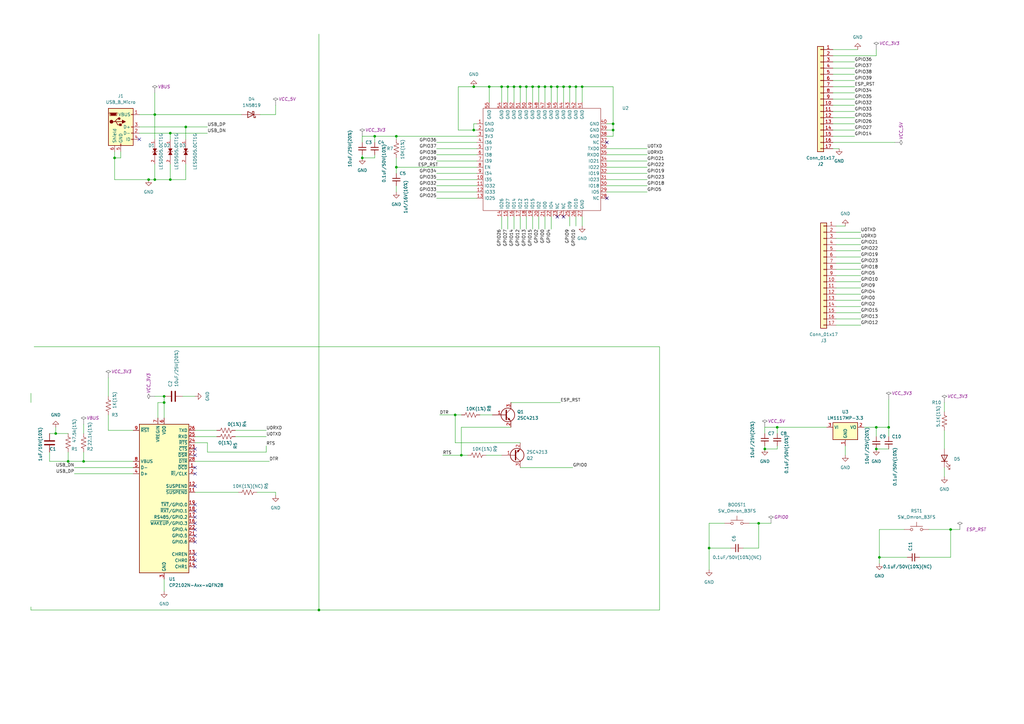
<source format=kicad_sch>
(kicad_sch (version 20230121) (generator eeschema)
  (paper "A3")
  (lib_symbols
    (symbol "Connector:USB_B_Micro" (pin_names (offset 1.016))
      (property "Reference" "J" (at -5.08 11.43 0))
      (property "Value" "USB_B_Micro" (at -5.08 8.89 0))
      (symbol "USB_B_Micro_0_1"
        (rectangle (start -5.08 -7.62) (end 5.08 7.62) (stroke (width 0.254)) (fill (type background)))
        (circle (center -3.81 2.159) (radius 0.635) (stroke (width 0.254)) (fill (type outline)))
        (circle (center -0.635 3.429) (radius 0.381) (stroke (width 0.254)) (fill (type outline)))
        (rectangle (start -0.127 -7.62) (end 0.127 -6.858))
        (polyline (pts (xy -1.905 2.159) (xy 0.635 2.159)) (stroke (width 0.254)))
        (polyline (pts (xy -3.175 2.159) (xy -2.54 2.159) (xy -1.27 3.429) (xy -0.635 3.429)) (stroke (width 0.254)))
        (polyline (pts (xy -2.54 2.159) (xy -1.905 2.159) (xy -1.27 0.889) (xy 0 0.889)) (stroke (width 0.254)))
        (polyline (pts (xy 0.635 2.794) (xy 0.635 1.524) (xy 1.905 2.159) (xy 0.635 2.794)) (stroke (width 0.254)) (fill (type outline)))
        (polyline (pts (xy -4.318 5.588) (xy -1.778 5.588) (xy -2.032 4.826) (xy -4.064 4.826) (xy -4.318 5.588)) (fill (type outline)))
        (polyline (pts (xy -4.699 5.842) (xy -4.699 5.588) (xy -4.445 4.826) (xy -4.445 4.572) (xy -1.651 4.572) (xy -1.651 4.826) (xy -1.397 5.588) (xy -1.397 5.842) (xy -4.699 5.842)))
        (rectangle (start 0.254 1.27) (end -0.508 0.508) (stroke (width 0.254)) (fill (type outline)))
        (rectangle (start 5.08 -5.207) (end 4.318 -4.953))
        (rectangle (start 5.08 -2.667) (end 4.318 -2.413))
        (rectangle (start 5.08 -0.127) (end 4.318 0.127))
        (rectangle (start 5.08 4.953) (end 4.318 5.207))
      )
      (symbol "USB_B_Micro_1_1"
        (pin power_out line (at 7.62 5.08 180) (length 2.54) (name "VBUS") (number "1"))
        (pin bidirectional line (at 7.62 -2.54 180) (length 2.54) (name "D-") (number "2"))
        (pin bidirectional line (at 7.62 0 180) (length 2.54) (name "D+") (number "3"))
        (pin passive line (at 7.62 -5.08 180) (length 2.54) (name "ID") (number "4"))
        (pin power_out line (at 0 -10.16 90) (length 2.54) (name "GND") (number "5"))
        (pin passive line (at -2.54 -10.16 90) (length 2.54) (name "Shield") (number "6"))
      )
    )
    (symbol "Connector_Generic:Conn_01x17" (pin_names (offset 1.016) hide)
      (property "Reference" "J" (at 0 22.86 0))
      (property "Value" "Conn_01x17" (at 0 -22.86 0))
      (symbol "Conn_01x17_1_1"
        (rectangle (start -1.27 -20.193) (end 0 -20.447) (stroke (width 0.1524)))
        (rectangle (start -1.27 -17.653) (end 0 -17.907) (stroke (width 0.1524)))
        (rectangle (start -1.27 -15.113) (end 0 -15.367) (stroke (width 0.1524)))
        (rectangle (start -1.27 -12.573) (end 0 -12.827) (stroke (width 0.1524)))
        (rectangle (start -1.27 -10.033) (end 0 -10.287) (stroke (width 0.1524)))
        (rectangle (start -1.27 -7.493) (end 0 -7.747) (stroke (width 0.1524)))
        (rectangle (start -1.27 -4.953) (end 0 -5.207) (stroke (width 0.1524)))
        (rectangle (start -1.27 -2.413) (end 0 -2.667) (stroke (width 0.1524)))
        (rectangle (start -1.27 0.127) (end 0 -0.127) (stroke (width 0.1524)))
        (rectangle (start -1.27 2.667) (end 0 2.413) (stroke (width 0.1524)))
        (rectangle (start -1.27 5.207) (end 0 4.953) (stroke (width 0.1524)))
        (rectangle (start -1.27 7.747) (end 0 7.493) (stroke (width 0.1524)))
        (rectangle (start -1.27 10.287) (end 0 10.033) (stroke (width 0.1524)))
        (rectangle (start -1.27 12.827) (end 0 12.573) (stroke (width 0.1524)))
        (rectangle (start -1.27 15.367) (end 0 15.113) (stroke (width 0.1524)))
        (rectangle (start -1.27 17.907) (end 0 17.653) (stroke (width 0.1524)))
        (rectangle (start -1.27 20.447) (end 0 20.193) (stroke (width 0.1524)))
        (rectangle (start -1.27 21.59) (end 1.27 -21.59) (stroke (width 0.254)) (fill (type background)))
        (pin passive line (at -5.08 20.32 0) (length 3.81) (name "Pin_1") (number "1"))
        (pin passive line (at -5.08 -2.54 0) (length 3.81) (name "Pin_10") (number "10"))
        (pin passive line (at -5.08 -5.08 0) (length 3.81) (name "Pin_11") (number "11"))
        (pin passive line (at -5.08 -7.62 0) (length 3.81) (name "Pin_12") (number "12"))
        (pin passive line (at -5.08 -10.16 0) (length 3.81) (name "Pin_13") (number "13"))
        (pin passive line (at -5.08 -12.7 0) (length 3.81) (name "Pin_14") (number "14"))
        (pin passive line (at -5.08 -15.24 0) (length 3.81) (name "Pin_15") (number "15"))
        (pin passive line (at -5.08 -17.78 0) (length 3.81) (name "Pin_16") (number "16"))
        (pin passive line (at -5.08 -20.32 0) (length 3.81) (name "Pin_17") (number "17"))
        (pin passive line (at -5.08 17.78 0) (length 3.81) (name "Pin_2") (number "2"))
        (pin passive line (at -5.08 15.24 0) (length 3.81) (name "Pin_3") (number "3"))
        (pin passive line (at -5.08 12.7 0) (length 3.81) (name "Pin_4") (number "4"))
        (pin passive line (at -5.08 10.16 0) (length 3.81) (name "Pin_5") (number "5"))
        (pin passive line (at -5.08 7.62 0) (length 3.81) (name "Pin_6") (number "6"))
        (pin passive line (at -5.08 5.08 0) (length 3.81) (name "Pin_7") (number "7"))
        (pin passive line (at -5.08 2.54 0) (length 3.81) (name "Pin_8") (number "8"))
        (pin passive line (at -5.08 0 0) (length 3.81) (name "Pin_9") (number "9"))
      )
    )
    (symbol "Device:C" (pin_numbers hide) (pin_names (offset 0.254))
      (property "Reference" "C" (at 0.635 2.54 0))
      (property "Value" "C" (at 0.635 -2.54 0))
      (symbol "C_0_1"
        (polyline (pts (xy -2.032 -0.762) (xy 2.032 -0.762)) (stroke (width 0.508)))
        (polyline (pts (xy -2.032 0.762) (xy 2.032 0.762)) (stroke (width 0.508)))
      )
      (symbol "C_1_1"
        (pin passive line (at 0 3.81 270) (length 2.794) (name "~") (number "1"))
        (pin passive line (at 0 -3.81 90) (length 2.794) (name "~") (number "2"))
      )
    )
    (symbol "Device:C_Small" (pin_numbers hide) (pin_names (offset 0.254) hide)
      (property "Reference" "C" (at 0.254 1.778 0))
      (property "Value" "C_Small" (at 0.254 -2.032 0))
      (symbol "C_Small_0_1"
        (polyline (pts (xy -1.524 -0.508) (xy 1.524 -0.508)) (stroke (width 0.3302)))
        (polyline (pts (xy -1.524 0.508) (xy 1.524 0.508)) (stroke (width 0.3048)))
      )
      (symbol "C_Small_1_1"
        (pin passive line (at 0 2.54 270) (length 2.032) (name "~") (number "1"))
        (pin passive line (at 0 -2.54 90) (length 2.032) (name "~") (number "2"))
      )
    )
    (symbol "Device:LED" (pin_numbers hide) (pin_names (offset 1.016) hide)
      (property "Reference" "D" (at 0 2.54 0))
      (property "Value" "LED" (at 0 -2.54 0))
      (symbol "LED_0_1"
        (polyline (pts (xy -1.27 -1.27) (xy -1.27 1.27)) (stroke (width 0.254)))
        (polyline (pts (xy -1.27 0) (xy 1.27 0)))
        (polyline (pts (xy 1.27 -1.27) (xy 1.27 1.27) (xy -1.27 0) (xy 1.27 -1.27)) (stroke (width 0.254)))
        (polyline (pts (xy -3.048 -0.762) (xy -4.572 -2.286) (xy -3.81 -2.286) (xy -4.572 -2.286) (xy -4.572 -1.524)))
        (polyline (pts (xy -1.778 -0.762) (xy -3.302 -2.286) (xy -2.54 -2.286) (xy -3.302 -2.286) (xy -3.302 -1.524)))
      )
      (symbol "LED_1_1"
        (pin passive line (at -3.81 0 0) (length 2.54) (name "K") (number "1"))
        (pin passive line (at 3.81 0 180) (length 2.54) (name "A") (number "2"))
      )
    )
    (symbol "Device:R_US" (pin_numbers hide) (pin_names (offset 0))
      (property "Reference" "R" (at 2.54 0 90))
      (property "Value" "R_US" (at -2.54 0 90))
      (symbol "R_US_0_1"
        (polyline (pts (xy 0 -2.286) (xy 0 -2.54)))
        (polyline (pts (xy 0 2.286) (xy 0 2.54)))
        (polyline (pts (xy 0 -0.762) (xy 1.016 -1.143) (xy 0 -1.524) (xy -1.016 -1.905) (xy 0 -2.286)))
        (polyline (pts (xy 0 0.762) (xy 1.016 0.381) (xy 0 0) (xy -1.016 -0.381) (xy 0 -0.762)))
        (polyline (pts (xy 0 2.286) (xy 1.016 1.905) (xy 0 1.524) (xy -1.016 1.143) (xy 0 0.762)))
      )
      (symbol "R_US_1_1"
        (pin passive line (at 0 3.81 270) (length 1.27) (name "~") (number "1"))
        (pin passive line (at 0 -3.81 90) (length 1.27) (name "~") (number "2"))
      )
    )
    (symbol "Diode:1N5819" (pin_numbers hide) (pin_names (offset 1.016) hide)
      (property "Reference" "D" (at 0 2.54 0))
      (property "Value" "1N5819" (at 0 -2.54 0))
      (symbol "1N5819_0_1"
        (polyline (pts (xy 1.27 0) (xy -1.27 0)))
        (polyline (pts (xy 1.27 1.27) (xy 1.27 -1.27) (xy -1.27 0) (xy 1.27 1.27)) (stroke (width 0.254)))
        (polyline (pts (xy -1.905 0.635) (xy -1.905 1.27) (xy -1.27 1.27) (xy -1.27 -1.27) (xy -0.635 -1.27) (xy -0.635 -0.635)) (stroke (width 0.254)))
      )
      (symbol "1N5819_1_1"
        (pin passive line (at -3.81 0 0) (length 2.54) (name "K") (number "1"))
        (pin passive line (at 3.81 0 180) (length 2.54) (name "A") (number "2"))
      )
    )
    (symbol "Interface_USB:CP2102N-Axx-xQFN28"
      (property "Reference" "U" (at -8.89 31.75 0))
      (property "Value" "CP2102N-Axx-xQFN28" (at 12.7 31.75 0))
      (symbol "CP2102N-Axx-xQFN28_0_1"
        (rectangle (start -10.16 30.48) (end 10.16 -30.48) (stroke (width 0.254)) (fill (type background)))
      )
      (symbol "CP2102N-Axx-xQFN28_1_1"
        (pin input line (at 12.7 12.7 180) (length 2.54) (name "~{DCD}") (number "1"))
        (pin no_connect line (at -10.16 -27.94 0) (length 2.54) hide (name "NC") (number "10"))
        (pin output line (at 12.7 2.54 180) (length 2.54) (name "~{SUSPEND}") (number "11"))
        (pin output line (at 12.7 5.08 180) (length 2.54) (name "SUSPEND") (number "12"))
        (pin output line (at 12.7 -22.86 180) (length 2.54) (name "CHREN") (number "13"))
        (pin output line (at 12.7 -27.94 180) (length 2.54) (name "CHR1") (number "14"))
        (pin output line (at 12.7 -25.4 180) (length 2.54) (name "CHR0") (number "15"))
        (pin bidirectional line (at 12.7 -10.16 180) (length 2.54) (name "~{WAKEUP}/GPIO.3") (number "16"))
        (pin bidirectional line (at 12.7 -7.62 180) (length 2.54) (name "RS485/GPIO.2") (number "17"))
        (pin bidirectional line (at 12.7 -5.08 180) (length 2.54) (name "~{RXT}/GPIO.1") (number "18"))
        (pin bidirectional line (at 12.7 -2.54 180) (length 2.54) (name "~{TXT}/GPIO.0") (number "19"))
        (pin bidirectional line (at 12.7 10.16 180) (length 2.54) (name "~{RI}/CLK") (number "2"))
        (pin bidirectional line (at 12.7 -17.78 180) (length 2.54) (name "GPIO.6") (number "20"))
        (pin bidirectional line (at 12.7 -15.24 180) (length 2.54) (name "GPIO.5") (number "21"))
        (pin bidirectional line (at 12.7 -12.7 180) (length 2.54) (name "GPIO.4") (number "22"))
        (pin input line (at 12.7 20.32 180) (length 2.54) (name "~{CTS}") (number "23"))
        (pin output line (at 12.7 22.86 180) (length 2.54) (name "~{RTS}") (number "24"))
        (pin input line (at 12.7 25.4 180) (length 2.54) (name "RXD") (number "25"))
        (pin output line (at 12.7 27.94 180) (length 2.54) (name "TXD") (number "26"))
        (pin input line (at 12.7 17.78 180) (length 2.54) (name "~{DSR}") (number "27"))
        (pin output line (at 12.7 15.24 180) (length 2.54) (name "~{DTR}") (number "28"))
        (pin passive line (at 0 -33.02 90) (length 2.54) hide (name "GND") (number "29"))
        (pin power_in line (at 0 -33.02 90) (length 2.54) (name "GND") (number "3"))
        (pin bidirectional line (at -12.7 10.16 0) (length 2.54) (name "D+") (number "4"))
        (pin bidirectional line (at -12.7 12.7 0) (length 2.54) (name "D-") (number "5"))
        (pin power_in line (at 0 33.02 270) (length 2.54) (name "VDD") (number "6"))
        (pin power_in line (at -2.54 33.02 270) (length 2.54) (name "VREGIN") (number "7"))
        (pin input line (at -12.7 15.24 0) (length 2.54) (name "VBUS") (number "8"))
        (pin input line (at -12.7 27.94 0) (length 2.54) (name "~{RST}") (number "9"))
      )
    )
    (symbol "LESD5D5.0CT1G:LESD5D5.0CT1G" (pin_names (offset 1.016))
      (property "Reference" "D" (at -5.08 2.54 0))
      (property "Value" "LESD5D5.0CT1G" (at -5.08 -5.08 0))
      (symbol "LESD5D5.0CT1G_0_0"
        (polyline (pts (xy -1.27 0) (xy -2.54 0)) (stroke (width 0.1524)))
        (polyline (pts (xy 0 -0.762) (xy -0.254 -1.016)) (stroke (width 0.1524)))
        (polyline (pts (xy 0 -0.762) (xy 0 0.762)) (stroke (width 0.1524)))
        (polyline (pts (xy 0 0.762) (xy 0.254 1.016)) (stroke (width 0.1524)))
        (polyline (pts (xy 1.27 0) (xy 2.54 0)) (stroke (width 0.1524)))
        (polyline (pts (xy 0 0) (xy -1.27 -0.762) (xy -1.27 0.762) (xy 0 0)) (stroke (width 0.1524)) (fill (type outline)))
        (polyline (pts (xy 0 0) (xy 1.27 0.762) (xy 1.27 -0.762) (xy 0 0)) (stroke (width 0.1524)) (fill (type outline)))
        (pin passive line (at -5.08 0 0) (length 2.54) (name "~") (number "1"))
        (pin passive line (at 5.08 0 180) (length 2.54) (name "~") (number "2"))
      )
    )
    (symbol "Regulator_Linear:LM1117MP-3.3"
      (property "Reference" "U" (at -3.81 3.175 0))
      (property "Value" "LM1117MP-3.3" (at 0 3.175 0))
      (symbol "LM1117MP-3.3_0_1"
        (rectangle (start -5.08 -5.08) (end 5.08 1.905) (stroke (width 0.254)) (fill (type background)))
      )
      (symbol "LM1117MP-3.3_1_1"
        (pin power_in line (at 0 -7.62 90) (length 2.54) (name "GND") (number "1"))
        (pin power_out line (at 7.62 0 180) (length 2.54) (name "VO") (number "2"))
        (pin power_in line (at -7.62 0 0) (length 2.54) (name "VI") (number "3"))
      )
    )
    (symbol "Switch:SW_Omron_B3FS" (pin_numbers hide) (pin_names (offset 1.016) hide)
      (property "Reference" "SW" (at 1.27 2.54 0))
      (property "Value" "SW_Omron_B3FS" (at 0 -1.524 0))
      (symbol "SW_Omron_B3FS_0_1"
        (circle (center -2.032 0) (radius 0.508))
        (polyline (pts (xy 0 1.27) (xy 0 3.048)))
        (polyline (pts (xy 2.54 1.27) (xy -2.54 1.27)))
        (circle (center 2.032 0) (radius 0.508))
        (pin passive line (at -5.08 0 0) (length 2.54) (name "1") (number "1"))
        (pin passive line (at 5.08 0 180) (length 2.54) (name "2") (number "2"))
      )
    )
    (symbol "Transistor_BJT:2SC4213" (pin_names (offset 0) hide)
      (property "Reference" "Q" (at 5.08 1.905 0))
      (property "Value" "2SC4213" (at 5.08 0 0))
      (symbol "2SC4213_0_1"
        (polyline (pts (xy 0.635 0.635) (xy 2.54 2.54)))
        (polyline (pts (xy 0.635 -0.635) (xy 2.54 -2.54) (xy 2.54 -2.54)))
        (polyline (pts (xy 0.635 1.905) (xy 0.635 -1.905) (xy 0.635 -1.905)) (stroke (width 0.508)))
        (polyline (pts (xy 1.27 -1.778) (xy 1.778 -1.27) (xy 2.286 -2.286) (xy 1.27 -1.778) (xy 1.27 -1.778)) (fill (type outline)))
        (circle (center 1.27 0) (radius 2.8194) (stroke (width 0.254)))
      )
      (symbol "2SC4213_1_1"
        (pin input line (at -5.08 0 0) (length 5.715) (name "B") (number "1"))
        (pin passive line (at 2.54 -5.08 90) (length 2.54) (name "E") (number "2"))
        (pin passive line (at 2.54 5.08 270) (length 2.54) (name "C") (number "3"))
      )
    )
    (symbol "esp32-devkitm-1:esp32-devkitM-1"
      (property "Reference" "U1" (at 0 1.016 0))
      (property "Value" "esp32-devkitM-1" (at 0 -1.524 0))
      (symbol "esp32-devkitM-1_0_1"
        (rectangle (start -24.13 21.59) (end 24.13 -20.32))
      )
      (symbol "esp32-devkitM-1_1_1"
        (pin output line (at -26.67 15.24 0) (length 2.54) (name "GND") (number "1"))
        (pin input line (at -26.67 -7.62 0) (length 2.54) (name "I35") (number "10"))
        (pin bidirectional line (at -26.67 -10.16 0) (length 2.54) (name "IO32") (number "11"))
        (pin bidirectional line (at -26.67 -12.7 0) (length 2.54) (name "IO33") (number "12"))
        (pin bidirectional line (at -26.67 -15.24 0) (length 2.54) (name "IO25") (number "13"))
        (pin bidirectional line (at -16.51 -22.86 90) (length 2.54) (name "IO26") (number "14"))
        (pin bidirectional line (at -13.97 -22.86 90) (length 2.54) (name "IO27") (number "15"))
        (pin bidirectional line (at -11.43 -22.86 90) (length 2.54) (name "IO14") (number "16"))
        (pin bidirectional line (at -8.89 -22.86 90) (length 2.54) (name "IO12") (number "17"))
        (pin bidirectional line (at -6.35 -22.86 90) (length 2.54) (name "IO13") (number "18"))
        (pin bidirectional line (at -3.81 -22.86 90) (length 2.54) (name "IO15") (number "19"))
        (pin output line (at -26.67 12.7 0) (length 2.54) (name "GND") (number "2"))
        (pin bidirectional line (at -1.27 -22.86 90) (length 2.54) (name "IO2") (number "20"))
        (pin bidirectional line (at 1.27 -22.86 90) (length 2.54) (name "IO0") (number "21"))
        (pin bidirectional line (at 3.81 -22.86 90) (length 2.54) (name "IO4") (number "22"))
        (pin no_connect line (at 6.35 -22.86 90) (length 2.54) (name "NC") (number "23"))
        (pin no_connect line (at 8.89 -22.86 90) (length 2.54) (name "NC") (number "24"))
        (pin bidirectional line (at 11.43 -22.86 90) (length 2.54) (name "IO9") (number "25"))
        (pin bidirectional line (at 13.97 -22.86 90) (length 2.54) (name "IO10") (number "26"))
        (pin output line (at 16.51 -22.86 90) (length 2.54) (name "GND") (number "27"))
        (pin no_connect line (at 26.67 -15.24 180) (length 2.54) (name "NC") (number "28"))
        (pin bidirectional line (at 26.67 -12.7 180) (length 2.54) (name "IO5") (number "29"))
        (pin power_in line (at -26.67 10.16 0) (length 2.54) (name "3V3") (number "3"))
        (pin bidirectional line (at 26.67 -10.16 180) (length 2.54) (name "IO18") (number "30"))
        (pin bidirectional line (at 26.67 -7.62 180) (length 2.54) (name "IO23") (number "31"))
        (pin bidirectional line (at 26.67 -5.08 180) (length 2.54) (name "IO19") (number "32"))
        (pin bidirectional line (at 26.67 -2.54 180) (length 2.54) (name "IO22") (number "33"))
        (pin bidirectional line (at 26.67 0 180) (length 2.54) (name "IO21") (number "34"))
        (pin bidirectional line (at 26.67 2.54 180) (length 2.54) (name "RXD0") (number "35"))
        (pin bidirectional line (at 26.67 5.08 180) (length 2.54) (name "TXD0") (number "36"))
        (pin no_connect line (at 26.67 7.62 180) (length 2.54) (name "NC") (number "37"))
        (pin output line (at 26.67 10.16 180) (length 2.54) (name "GND") (number "38"))
        (pin output line (at 26.67 12.7 180) (length 2.54) (name "GND") (number "39"))
        (pin input line (at -26.67 7.62 0) (length 2.54) (name "I36") (number "4"))
        (pin output line (at 26.67 15.24 180) (length 2.54) (name "GND") (number "40"))
        (pin output line (at 16.51 24.13 270) (length 2.54) (name "GND") (number "41"))
        (pin output line (at 13.97 24.13 270) (length 2.54) (name "GND") (number "42"))
        (pin output line (at 11.43 24.13 270) (length 2.54) (name "GND") (number "43"))
        (pin output line (at 8.89 24.13 270) (length 2.54) (name "GND") (number "44"))
        (pin output line (at 6.35 24.13 270) (length 2.54) (name "GND") (number "45"))
        (pin output line (at 3.81 24.13 270) (length 2.54) (name "GND") (number "46"))
        (pin output line (at 1.27 24.13 270) (length 2.54) (name "GND") (number "47"))
        (pin output line (at -1.27 24.13 270) (length 2.54) (name "GND") (number "48"))
        (pin output line (at -3.81 24.13 270) (length 2.54) (name "GND") (number "49"))
        (pin input line (at -26.67 5.08 0) (length 2.54) (name "I37") (number "5"))
        (pin output line (at -6.35 24.13 270) (length 2.54) (name "GND") (number "50"))
        (pin output line (at -8.89 24.13 270) (length 2.54) (name "GND") (number "51"))
        (pin output line (at -11.43 24.13 270) (length 2.54) (name "GND") (number "52"))
        (pin output line (at -13.97 24.13 270) (length 2.54) (name "GND") (number "53"))
        (pin output line (at -16.51 24.13 270) (length 2.54) (name "GND") (number "54"))
        (pin output line (at -21.59 24.13 270) (length 2.54) (name "GND") (number "55"))
        (pin input line (at -26.67 2.54 0) (length 2.54) (name "I38") (number "6"))
        (pin input line (at -26.67 0 0) (length 2.54) (name "I39") (number "7"))
        (pin input line (at -26.67 -2.54 0) (length 2.54) (name "EN") (number "8"))
        (pin input line (at -26.67 -5.08 0) (length 2.54) (name "I34") (number "9"))
      )
    )
    (symbol "power:GND" (power) (pin_names (offset 0))
      (property "Value" "GND" (at 0 -3.81 0))
      (symbol "GND_0_1"
        (polyline (pts (xy 0 0) (xy 0 -1.27) (xy 1.27 -1.27) (xy 0 -2.54) (xy -1.27 -1.27) (xy 0 -1.27)))
      )
      (symbol "GND_1_1"
        (pin power_in line (at 0 0 270) (length 0) hide (name "GND") (number "1"))
      )
    )
  )
  (junction (at 46.99 64.77))
  (junction (at 69.85 54.61))
  (junction (at 210.82 35.56))
  (junction (at 290.83 224.79))
  (junction (at 360.68 228.6))
  (junction (at 226.06 35.56))
  (junction (at 311.15 214.63))
  (junction (at 364.49 175.26))
  (junction (at 186.69 170.18))
  (junction (at 34.29 189.23))
  (junction (at 238.76 35.56))
  (junction (at 236.22 35.56))
  (junction (at 205.74 35.56))
  (junction (at 233.68 35.56))
  (junction (at 189.23 186.69))
  (junction (at 200.66 35.56))
  (junction (at 69.85 73.66))
  (junction (at 162.56 55.88))
  (junction (at 194.31 53.34))
  (junction (at 76.2 52.07))
  (junction (at 67.31 162.56))
  (junction (at 60.96 73.66))
  (junction (at 251.46 50.8))
  (junction (at 148.59 64.77))
  (junction (at 162.56 68.58))
  (junction (at 218.44 35.56))
  (junction (at 313.69 184.15))
  (junction (at 153.67 55.88))
  (junction (at 215.9 35.56))
  (junction (at 231.14 35.56))
  (junction (at 194.31 35.56))
  (junction (at 213.36 35.56))
  (junction (at 318.77 175.26))
  (junction (at 63.5 73.66))
  (junction (at 359.41 175.26))
  (junction (at 67.31 165.1))
  (junction (at 220.98 35.56))
  (junction (at 251.46 53.34))
  (junction (at 208.28 35.56))
  (junction (at 389.89 217.17))
  (junction (at 63.5 46.99))
  (junction (at 130.81 250.19))
  (junction (at 27.94 189.23))
  (junction (at 359.41 184.15))
  (junction (at 228.6 35.56))
  (junction (at 22.86 177.8))
  (junction (at 223.52 35.56))
  (no_connect (at 80.01 232.41))
  (no_connect (at 231.14 88.9))
  (no_connect (at 248.92 81.28))
  (no_connect (at 80.01 222.25))
  (no_connect (at 80.01 229.87))
  (no_connect (at 80.01 191.77))
  (no_connect (at 80.01 186.69))
  (no_connect (at 80.01 194.31))
  (no_connect (at 248.92 58.42))
  (no_connect (at 80.01 219.71))
  (no_connect (at 80.01 199.39))
  (no_connect (at 80.01 207.01))
  (no_connect (at 57.15 57.15))
  (no_connect (at 80.01 184.15))
  (no_connect (at 80.01 214.63))
  (no_connect (at 80.01 209.55))
  (no_connect (at 80.01 217.17))
  (no_connect (at 228.6 88.9))
  (no_connect (at 80.01 227.33))
  (no_connect (at 80.01 212.09))
  (wire (pts (xy 76.2 73.66) (xy 69.85 73.66)))
  (wire (pts (xy 290.83 214.63) (xy 290.83 224.79)))
  (wire (pts (xy 34.29 185.42) (xy 34.29 189.23)))
  (wire (pts (xy 179.07 76.2) (xy 195.58 76.2)))
  (wire (pts (xy 387.35 176.53) (xy 387.35 184.15)))
  (wire (pts (xy 153.67 55.88) (xy 162.56 55.88)))
  (wire (pts (xy 318.77 182.88) (xy 318.77 184.15)))
  (wire (pts (xy 342.9 120.65) (xy 353.06 120.65)))
  (wire (pts (xy 311.15 214.63) (xy 316.23 214.63)))
  (wire (pts (xy 195.58 50.8) (xy 194.31 50.8)))
  (wire (pts (xy 85.09 185.42) (xy 109.22 185.42)))
  (wire (pts (xy 162.56 55.88) (xy 195.58 55.88)))
  (wire (pts (xy 187.96 35.56) (xy 194.31 35.56)))
  (wire (pts (xy 342.9 105.41) (xy 353.06 105.41)))
  (wire (pts (xy 179.07 71.12) (xy 195.58 71.12)))
  (wire (pts (xy 205.74 35.56) (xy 200.66 35.56)))
  (wire (pts (xy 210.82 88.9) (xy 210.82 93.98)))
  (wire (pts (xy 318.77 175.26) (xy 318.77 177.8)))
  (wire (pts (xy 57.15 52.07) (xy 76.2 52.07)))
  (wire (pts (xy 220.98 35.56) (xy 218.44 35.56)))
  (wire (pts (xy 208.28 35.56) (xy 208.28 41.91)))
  (wire (pts (xy 57.15 46.99) (xy 63.5 46.99)))
  (wire (pts (xy 360.68 217.17) (xy 360.68 228.6)))
  (wire (pts (xy 148.59 58.42) (xy 148.59 55.88)))
  (wire (pts (xy 223.52 88.9) (xy 223.52 93.98)))
  (wire (pts (xy 251.46 35.56) (xy 238.76 35.56)))
  (wire (pts (xy 342.9 115.57) (xy 353.06 115.57)))
  (wire (pts (xy 231.14 35.56) (xy 231.14 41.91)))
  (wire (pts (xy 34.29 173.99) (xy 34.29 177.8)))
  (wire (pts (xy 85.09 54.61) (xy 69.85 54.61)))
  (wire (pts (xy 67.31 162.56) (xy 67.31 165.1)))
  (wire (pts (xy 34.29 189.23) (xy 27.94 189.23)))
  (wire (pts (xy 213.36 181.61) (xy 186.69 181.61)))
  (wire (pts (xy 341.63 48.26) (xy 350.52 48.26)))
  (wire (pts (xy 22.86 175.26) (xy 22.86 177.8)))
  (wire (pts (xy 208.28 35.56) (xy 205.74 35.56)))
  (wire (pts (xy 12.7 250.19) (xy 130.81 250.19)))
  (wire (pts (xy 63.5 162.56) (xy 67.31 162.56)))
  (wire (pts (xy 389.89 228.6) (xy 389.89 217.17)))
  (wire (pts (xy 311.15 214.63) (xy 311.15 224.79)))
  (wire (pts (xy 218.44 35.56) (xy 215.9 35.56)))
  (wire (pts (xy 341.63 25.4) (xy 350.52 25.4)))
  (wire (pts (xy 213.36 35.56) (xy 210.82 35.56)))
  (wire (pts (xy 218.44 88.9) (xy 218.44 93.98)))
  (wire (pts (xy 313.69 184.15) (xy 313.69 182.88)))
  (wire (pts (xy 341.63 43.18) (xy 350.52 43.18)))
  (wire (pts (xy 387.35 165.1) (xy 387.35 168.91)))
  (wire (pts (xy 162.56 68.58) (xy 195.58 68.58)))
  (wire (pts (xy 223.52 35.56) (xy 220.98 35.56)))
  (wire (pts (xy 49.53 64.77) (xy 46.99 64.77)))
  (wire (pts (xy 209.55 165.1) (xy 229.87 165.1)))
  (wire (pts (xy 179.07 66.04) (xy 195.58 66.04)))
  (wire (pts (xy 205.74 88.9) (xy 205.74 93.98)))
  (wire (pts (xy 46.99 62.23) (xy 46.99 64.77)))
  (wire (pts (xy 318.77 184.15) (xy 313.69 184.15)))
  (wire (pts (xy 162.56 76.2) (xy 162.56 78.74)))
  (wire (pts (xy 85.09 181.61) (xy 85.09 185.42)))
  (wire (pts (xy 342.9 123.19) (xy 353.06 123.19)))
  (wire (pts (xy 311.15 224.79) (xy 304.8 224.79)))
  (wire (pts (xy 199.39 186.69) (xy 205.74 186.69)))
  (wire (pts (xy 226.06 88.9) (xy 226.06 93.98)))
  (wire (pts (xy 370.84 217.17) (xy 360.68 217.17)))
  (wire (pts (xy 248.92 73.66) (xy 265.43 73.66)))
  (wire (pts (xy 153.67 63.5) (xy 153.67 64.77)))
  (wire (pts (xy 393.7 217.17) (xy 389.89 217.17)))
  (wire (pts (xy 96.52 179.07) (xy 109.22 179.07)))
  (wire (pts (xy 359.41 175.26) (xy 354.33 175.26)))
  (wire (pts (xy 109.22 176.53) (xy 96.52 176.53)))
  (wire (pts (xy 179.07 73.66) (xy 195.58 73.66)))
  (wire (pts (xy 226.06 35.56) (xy 226.06 41.91)))
  (wire (pts (xy 76.2 67.31) (xy 76.2 73.66)))
  (wire (pts (xy 162.56 68.58) (xy 162.56 71.12)))
  (wire (pts (xy 342.9 102.87) (xy 353.06 102.87)))
  (wire (pts (xy 210.82 35.56) (xy 210.82 41.91)))
  (wire (pts (xy 342.9 125.73) (xy 353.06 125.73)))
  (wire (pts (xy 236.22 35.56) (xy 236.22 41.91)))
  (wire (pts (xy 64.77 165.1) (xy 67.31 165.1)))
  (wire (pts (xy 210.82 35.56) (xy 208.28 35.56)))
  (wire (pts (xy 251.46 55.88) (xy 248.92 55.88)))
  (wire (pts (xy 63.5 73.66) (xy 60.96 73.66)))
  (wire (pts (xy 360.68 228.6) (xy 360.68 231.14)))
  (wire (pts (xy 67.31 237.49) (xy 67.31 242.57)))
  (wire (pts (xy 228.6 35.56) (xy 228.6 41.91)))
  (wire (pts (xy 251.46 55.88) (xy 251.46 53.34)))
  (wire (pts (xy 215.9 35.56) (xy 215.9 41.91)))
  (wire (pts (xy 231.14 35.56) (xy 228.6 35.56)))
  (wire (pts (xy 251.46 53.34) (xy 248.92 53.34)))
  (wire (pts (xy 251.46 50.8) (xy 248.92 50.8)))
  (wire (pts (xy 341.63 55.88) (xy 350.52 55.88)))
  (wire (pts (xy 236.22 35.56) (xy 233.68 35.56)))
  (wire (pts (xy 220.98 88.9) (xy 220.98 93.98)))
  (wire (pts (xy 63.5 38.1) (xy 63.5 46.99)))
  (wire (pts (xy 359.41 179.07) (xy 359.41 175.26)))
  (wire (pts (xy 341.63 53.34) (xy 350.52 53.34)))
  (wire (pts (xy 270.51 142.24) (xy 270.51 250.19)))
  (wire (pts (xy 22.86 177.8) (xy 20.32 177.8)))
  (wire (pts (xy 209.55 175.26) (xy 189.23 175.26)))
  (wire (pts (xy 364.49 163.83) (xy 364.49 175.26)))
  (wire (pts (xy 179.07 58.42) (xy 195.58 58.42)))
  (wire (pts (xy 313.69 177.8) (xy 313.69 175.26)))
  (wire (pts (xy 341.63 50.8) (xy 350.52 50.8)))
  (wire (pts (xy 113.03 46.99) (xy 106.68 46.99)))
  (wire (pts (xy 251.46 50.8) (xy 251.46 35.56)))
  (wire (pts (xy 74.93 162.56) (xy 80.01 162.56)))
  (wire (pts (xy 162.56 64.77) (xy 162.56 68.58)))
  (wire (pts (xy 251.46 53.34) (xy 251.46 50.8)))
  (wire (pts (xy 248.92 60.96) (xy 265.43 60.96)))
  (wire (pts (xy 67.31 165.1) (xy 67.31 171.45)))
  (wire (pts (xy 226.06 35.56) (xy 223.52 35.56)))
  (wire (pts (xy 54.61 194.31) (xy 30.48 194.31)))
  (wire (pts (xy 196.85 170.18) (xy 201.93 170.18)))
  (wire (pts (xy 80.01 179.07) (xy 88.9 179.07)))
  (wire (pts (xy 22.86 177.8) (xy 27.94 177.8)))
  (wire (pts (xy 63.5 46.99) (xy 63.5 57.15)))
  (wire (pts (xy 213.36 35.56) (xy 213.36 41.91)))
  (wire (pts (xy 248.92 66.04) (xy 265.43 66.04)))
  (wire (pts (xy 270.51 142.24) (xy 13.97 142.24)))
  (wire (pts (xy 342.9 130.81) (xy 353.06 130.81)))
  (wire (pts (xy 113.03 203.2) (xy 113.03 201.93)))
  (wire (pts (xy 46.99 64.77) (xy 46.99 73.66)))
  (wire (pts (xy 307.34 214.63) (xy 311.15 214.63)))
  (wire (pts (xy 153.67 55.88) (xy 153.67 58.42)))
  (wire (pts (xy 44.45 176.53) (xy 54.61 176.53)))
  (wire (pts (xy 341.63 38.1) (xy 350.52 38.1)))
  (wire (pts (xy 342.9 133.35) (xy 353.06 133.35)))
  (wire (pts (xy 200.66 35.56) (xy 194.31 35.56)))
  (wire (pts (xy 80.01 201.93) (xy 97.79 201.93)))
  (wire (pts (xy 297.18 214.63) (xy 290.83 214.63)))
  (wire (pts (xy 179.07 63.5) (xy 195.58 63.5)))
  (wire (pts (xy 228.6 35.56) (xy 226.06 35.56)))
  (wire (pts (xy 80.01 176.53) (xy 88.9 176.53)))
  (wire (pts (xy 113.03 43.18) (xy 113.03 46.99)))
  (wire (pts (xy 290.83 233.68) (xy 290.83 224.79)))
  (wire (pts (xy 377.19 228.6) (xy 389.89 228.6)))
  (wire (pts (xy 194.31 53.34) (xy 187.96 53.34)))
  (wire (pts (xy 341.63 40.64) (xy 350.52 40.64)))
  (wire (pts (xy 290.83 224.79) (xy 299.72 224.79)))
  (wire (pts (xy 359.41 184.15) (xy 364.49 184.15)))
  (wire (pts (xy 34.29 189.23) (xy 54.61 189.23)))
  (wire (pts (xy 215.9 35.56) (xy 213.36 35.56)))
  (wire (pts (xy 179.07 81.28) (xy 195.58 81.28)))
  (wire (pts (xy 233.68 88.9) (xy 233.68 92.71)))
  (wire (pts (xy 346.71 182.88) (xy 346.71 186.69)))
  (wire (pts (xy 360.68 228.6) (xy 372.11 228.6)))
  (wire (pts (xy 44.45 170.18) (xy 44.45 176.53)))
  (wire (pts (xy 148.59 55.88) (xy 153.67 55.88)))
  (wire (pts (xy 195.58 53.34) (xy 194.31 53.34)))
  (wire (pts (xy 109.22 185.42) (xy 109.22 182.88)))
  (wire (pts (xy 342.9 128.27) (xy 353.06 128.27)))
  (wire (pts (xy 208.28 88.9) (xy 208.28 93.98)))
  (wire (pts (xy 49.53 62.23) (xy 49.53 64.77)))
  (wire (pts (xy 63.5 67.31) (xy 63.5 73.66)))
  (wire (pts (xy 30.48 191.77) (xy 54.61 191.77)))
  (wire (pts (xy 64.77 171.45) (xy 64.77 165.1)))
  (wire (pts (xy 342.9 92.71) (xy 346.71 92.71)))
  (wire (pts (xy 205.74 35.56) (xy 205.74 41.91)))
  (wire (pts (xy 179.07 78.74) (xy 195.58 78.74)))
  (wire (pts (xy 238.76 35.56) (xy 238.76 41.91)))
  (wire (pts (xy 189.23 175.26) (xy 189.23 186.69)))
  (wire (pts (xy 85.09 52.07) (xy 76.2 52.07)))
  (wire (pts (xy 341.63 33.02) (xy 350.52 33.02)))
  (wire (pts (xy 359.41 175.26) (xy 364.49 175.26)))
  (wire (pts (xy 318.77 175.26) (xy 339.09 175.26)))
  (wire (pts (xy 248.92 78.74) (xy 265.43 78.74)))
  (wire (pts (xy 313.69 175.26) (xy 318.77 175.26)))
  (wire (pts (xy 200.66 41.91) (xy 200.66 35.56)))
  (wire (pts (xy 248.92 76.2) (xy 265.43 76.2)))
  (wire (pts (xy 238.76 35.56) (xy 236.22 35.56)))
  (wire (pts (xy 113.03 201.93) (xy 105.41 201.93)))
  (wire (pts (xy 148.59 64.77) (xy 148.59 63.5)))
  (wire (pts (xy 153.67 64.77) (xy 148.59 64.77)))
  (wire (pts (xy 187.96 53.34) (xy 187.96 35.56)))
  (wire (pts (xy 233.68 35.56) (xy 231.14 35.56)))
  (wire (pts (xy 46.99 73.66) (xy 60.96 73.66)))
  (wire (pts (xy 341.63 58.42) (xy 367.03 58.42)))
  (wire (pts (xy 80.01 181.61) (xy 85.09 181.61)))
  (wire (pts (xy 220.98 35.56) (xy 220.98 41.91)))
  (wire (pts (xy 342.9 118.11) (xy 353.06 118.11)))
  (wire (pts (xy 236.22 88.9) (xy 236.22 92.71)))
  (wire (pts (xy 223.52 35.56) (xy 223.52 41.91)))
  (wire (pts (xy 342.9 97.79) (xy 353.06 97.79)))
  (wire (pts (xy 233.68 35.56) (xy 233.68 41.91)))
  (wire (pts (xy 27.94 189.23) (xy 20.32 189.23)))
  (wire (pts (xy 341.63 30.48) (xy 350.52 30.48)))
  (wire (pts (xy 20.32 189.23) (xy 20.32 185.42)))
  (wire (pts (xy 69.85 54.61) (xy 57.15 54.61)))
  (wire (pts (xy 213.36 191.77) (xy 234.95 191.77)))
  (wire (pts (xy 130.81 13.97) (xy 130.81 250.19)))
  (wire (pts (xy 44.45 154.94) (xy 44.45 162.56)))
  (wire (pts (xy 389.89 217.17) (xy 381 217.17)))
  (wire (pts (xy 342.9 113.03) (xy 353.06 113.03)))
  (wire (pts (xy 387.35 191.77) (xy 387.35 195.58)))
  (wire (pts (xy 69.85 67.31) (xy 69.85 73.66)))
  (wire (pts (xy 186.69 181.61) (xy 186.69 170.18)))
  (wire (pts (xy 69.85 57.15) (xy 69.85 54.61)))
  (wire (pts (xy 12.7 161.29) (xy 12.7 165.1)))
  (wire (pts (xy 218.44 35.56) (xy 218.44 41.91)))
  (wire (pts (xy 76.2 52.07) (xy 76.2 57.15)))
  (wire (pts (xy 63.5 73.66) (xy 69.85 73.66)))
  (wire (pts (xy 364.49 179.07) (xy 364.49 175.26)))
  (wire (pts (xy 342.9 110.49) (xy 353.06 110.49)))
  (wire (pts (xy 342.9 95.25) (xy 353.06 95.25)))
  (wire (pts (xy 215.9 88.9) (xy 215.9 93.98)))
  (wire (pts (xy 341.63 20.32) (xy 351.79 20.32)))
  (wire (pts (xy 341.63 22.86) (xy 359.41 22.86)))
  (wire (pts (xy 80.01 189.23) (xy 110.49 189.23)))
  (wire (pts (xy 186.69 170.18) (xy 189.23 170.18)))
  (wire (pts (xy 238.76 92.71) (xy 238.76 88.9)))
  (wire (pts (xy 130.81 250.19) (xy 270.51 250.19)))
  (wire (pts (xy 359.41 20.32) (xy 359.41 22.86)))
  (wire (pts (xy 213.36 88.9) (xy 213.36 93.98)))
  (wire (pts (xy 194.31 50.8) (xy 194.31 53.34)))
  (wire (pts (xy 342.9 107.95) (xy 353.06 107.95)))
  (wire (pts (xy 27.94 185.42) (xy 27.94 189.23)))
  (wire (pts (xy 248.92 63.5) (xy 265.43 63.5)))
  (wire (pts (xy 162.56 55.88) (xy 162.56 57.15)))
  (wire (pts (xy 180.34 170.18) (xy 186.69 170.18)))
  (wire (pts (xy 195.58 60.96) (xy 179.07 60.96)))
  (wire (pts (xy 341.63 60.96) (xy 344.17 60.96)))
  (wire (pts (xy 341.63 35.56) (xy 350.52 35.56)))
  (wire (pts (xy 191.77 186.69) (xy 189.23 186.69)))
  (wire (pts (xy 189.23 186.69) (xy 181.61 186.69)))
  (wire (pts (xy 248.92 71.12) (xy 265.43 71.12)))
  (wire (pts (xy 341.63 27.94) (xy 350.52 27.94)))
  (wire (pts (xy 341.63 45.72) (xy 350.52 45.72)))
  (wire (pts (xy 63.5 46.99) (xy 99.06 46.99)))
  (wire (pts (xy 342.9 100.33) (xy 353.06 100.33)))
  (wire (pts (xy 248.92 68.58) (xy 265.43 68.58)))
  (wire (pts (xy 12.7 250.19) (xy 12.7 248.92)))
  (label "USB_DN" (at 85.09 54.61 0))
  (label "DTR" (at 180.34 170.18 0))
  (label "GPIO5" (at 265.43 78.74 0))
  (label "GPIO21" (at 353.06 100.33 0))
  (label "USB_DP" (at 30.48 194.31 180))
  (label "RTS" (at 109.22 182.88 0))
  (label "USB_DP" (at 85.09 52.07 0))
  (label "GPIO38" (at 350.52 30.48 0))
  (label "GPIO32" (at 350.52 43.18 0))
  (label "GPIO14" (at 210.82 93.98 270))
  (label "GPIO37" (at 179.07 60.96 180))
  (label "DTR" (at 110.49 189.23 0))
  (label "GPIO33" (at 179.07 78.74 180))
  (label "RTS" (at 181.61 186.69 0))
  (label "GPIO12" (at 213.36 93.98 270))
  (label "ESP_RST" (at 171.45 68.58 0))
  (label "GPIO15" (at 218.44 93.98 270))
  (label "GPIO33" (at 350.52 45.72 0))
  (label "U0TXD" (at 109.22 179.07 0))
  (label "GPIO0" (at 234.95 191.77 0))
  (label "GPIO36" (at 179.07 58.42 180))
  (label "GPIO2" (at 220.98 93.98 270))
  (label "GPIO4" (at 353.06 120.65 0))
  (label "GPIO0" (at 353.06 123.19 0))
  (label "GPIO32" (at 179.07 76.2 180))
  (label "U0RXD" (at 265.43 63.5 0))
  (label "U0TXD" (at 353.06 95.25 0))
  (label "GPIO34" (at 350.52 38.1 0))
  (label "GPIO23" (at 353.06 107.95 0))
  (label "GPIO10" (at 353.06 115.57 0))
  (label "GPIO39" (at 179.07 66.04 180))
  (label "GPIO27" (at 208.28 93.98 270))
  (label "GPIO26" (at 350.52 50.8 0))
  (label "GPIO25" (at 350.52 48.26 0))
  (label "GPIO22" (at 353.06 102.87 0))
  (label "GPIO19" (at 265.43 71.12 0))
  (label "GPIO39" (at 350.52 33.02 0))
  (label "GPIO15" (at 353.06 128.27 0))
  (label "ESP_RST" (at 229.87 165.1 0))
  (label "GPIO36" (at 350.52 25.4 0))
  (label "GPIO35" (at 179.07 73.66 180))
  (label "GPIO26" (at 205.74 93.98 270))
  (label "GPIO37" (at 350.52 27.94 0))
  (label "GPIO14" (at 350.52 55.88 0))
  (label "GPIO25" (at 179.07 81.28 180))
  (label "GPIO18" (at 353.06 110.49 0))
  (label "GPIO38" (at 179.07 63.5 180))
  (label "USB_DN" (at 30.48 191.77 180))
  (label "GPIO10" (at 236.22 93.98 270))
  (label "GPIO34" (at 179.07 71.12 180))
  (label "U0RXD" (at 353.06 97.79 0))
  (label "GPIO27" (at 350.52 53.34 0))
  (label "GPIO9" (at 353.06 118.11 0))
  (label "GPIO22" (at 265.43 68.58 0))
  (label "GPIO35" (at 350.52 40.64 0))
  (label "GPIO0" (at 223.52 93.98 270))
  (label "GPIO13" (at 215.9 93.98 270))
  (label "GPIO18" (at 265.43 76.2 0))
  (label "U0RXD" (at 109.22 176.53 0))
  (label "GPIO19" (at 353.06 105.41 0))
  (label "U0TXD" (at 265.43 60.96 0))
  (label "GPIO23" (at 265.43 73.66 0))
  (label "GPIO9" (at 233.68 93.98 270))
  (label "GPIO2" (at 353.06 125.73 0))
  (label "GPIO13" (at 353.06 130.81 0))
  (label "GPIO4" (at 226.06 93.98 270))
  (label "GPIO21" (at 265.43 66.04 0))
  (label "ESP_RST" (at 350.52 35.56 0))
  (label "GPIO5" (at 353.06 113.03 0))
  (label "GPIO12" (at 353.06 133.35 0))
  (netclass_flag "" (length 2.54) (shape diamond) (at 34.29 173.99 0) (property "Netclass" "VBUS" (at 35.4965 171.45 0) (effects (font italic) (justify left))))
  (netclass_flag "" (length 2.54) (shape diamond) (at 367.03 58.42 270) (property "Netclass" "VCC_5V" (at 369.57 57.2135 90) (effects (font italic) (justify left))))
  (netclass_flag "" (length 2.54) (shape diamond) (at 63.5 162.56 90) (property "Netclass" "VCC_3V3" (at 60.96 161.3535 90) (effects (font italic) (justify left))))
  (netclass_flag "" (length 2.54) (shape diamond) (at 387.35 165.1 0) (property "Netclass" "VCC_3V3" (at 388.5565 162.56 0) (effects (font italic) (justify left))))
  (netclass_flag "" (length 2.54) (shape diamond) (at 316.23 214.63 0) (property "Netclass" "GPIO0" (at 317.4365 212.09 0) (effects (font italic) (justify left))))
  (netclass_flag "" (length 2.54) (shape diamond) (at 393.7 217.17 0) (property "Netclass" "ESP_RST" (at 396.24 217.17 0) (effects (font italic) (justify left))))
  (netclass_flag "" (length 2.54) (shape diamond) (at 359.41 20.32 0) (property "Netclass" "VCC_3V3" (at 360.6165 17.78 0) (effects (font italic) (justify left))))
  (netclass_flag "" (length 2.54) (shape diamond) (at 44.45 154.94 0) (property "Netclass" "VCC_3V3" (at 45.6565 152.4 0) (effects (font italic) (justify left))))
  (netclass_flag "" (length 2.54) (shape diamond) (at 113.03 43.18 0) (property "Netclass" "VCC_5V" (at 114.2365 40.64 0) (effects (font italic) (justify left))))
  (netclass_flag "" (length 2.54) (shape diamond) (at 148.59 55.88 0) (property "Netclass" "VCC_3V3" (at 149.7965 53.34 0) (effects (font italic) (justify left))))
  (netclass_flag "" (length 2.54) (shape diamond) (at 63.5 38.1 0) (property "Netclass" "VBUS" (at 64.7065 35.56 0) (effects (font italic) (justify left))))
  (netclass_flag "" (length 2.54) (shape diamond) (at 364.49 163.83 0) (property "Netclass" "VCC_3V3" (at 365.6965 161.29 0) (effects (font italic) (justify left))))
  (netclass_flag "" (length 2.54) (shape diamond) (at 313.69 175.26 0) (property "Netclass" "VCC_5V" (at 314.8965 172.72 0) (effects (font italic) (justify left))))
  (symbol (lib_id "Device:C_Small") (at 374.65 228.6 90) (unit 1)
    (property "Reference" "C11" (at 373.3863 226.06 0) (effects (justify left)))
    (property "Value" "0.1uF/50V(10%)(NC)" (at 382.27 232.41 90) (effects (justify left)))
    (property "Footprint" "Capacitor_SMD:C_0805_2012Metric_Pad1.18x1.45mm_HandSolder" (effects hide))
  )
  (symbol (lib_id "Device:R_US") (at 44.45 166.37 180) (unit 1)
    (property "Reference" "R3" (at 45.72 170.18 0) (effects (justify right)))
    (property "Value" "1K(1%)" (at 46.99 167.64 90) (effects (justify right)))
    (property "Footprint" "Resistor_SMD:R_0603_1608Metric_Pad0.98x0.95mm_HandSolder" (effects hide))
  )
  (symbol (lib_id "Device:R_US") (at 27.94 181.61 0) (unit 1)
    (property "Reference" "R1" (at 29.21 184.15 0) (effects (justify left)))
    (property "Value" "47.5k(1%)" (at 30.48 181.61 90) (effects (justify left)))
    (property "Footprint" "Resistor_SMD:R_0603_1608Metric_Pad0.98x0.95mm_HandSolder" (effects hide))
  )
  (symbol (lib_id "Device:R_US") (at 387.35 172.72 0) (unit 1)
    (property "Reference" "R10" (at 386.08 165.1 0) (effects (justify right)))
    (property "Value" "5.1K(1%)" (at 384.81 166.37 90) (effects (justify right)))
    (property "Footprint" "Resistor_SMD:R_0603_1608Metric_Pad0.98x0.95mm_HandSolder" (effects hide))
  )
  (symbol (lib_id "Device:R_US") (at 193.04 170.18 270) (unit 1)
    (property "Reference" "R8" (at 200.66 168.91 0) (effects (justify right)))
    (property "Value" "10K(1%)" (at 199.39 167.64 90) (effects (justify right)))
    (property "Footprint" "Resistor_SMD:R_0603_1608Metric_Pad0.98x0.95mm_HandSolder" (effects hide))
  )
  (symbol (lib_id "Device:C_Small") (at 162.56 73.66 0) (unit 1)
    (property "Reference" "C5" (at 163.83 71.12 0) (effects (justify left)))
    (property "Value" "1uf/16V(10%)" (at 166.37 87.63 90) (effects (justify left)))
    (property "Footprint" "Capacitor_SMD:C_0805_2012Metric_Pad1.18x1.45mm_HandSolder" (effects hide))
  )
  (symbol (lib_id "Transistor_BJT:2SC4213") (at 207.01 170.18 0) (unit 1)
    (property "Reference" "Q1" (at 212.09 168.91 0) (effects (justify left)))
    (property "Value" "2SC4213" (at 212.09 171.45 0) (effects (justify left)))
    (property "Footprint" "Package_TO_SOT_SMD:SOT-323_SC-70_Handsoldering" (effects hide))
    (property "Datasheet" "https://toshiba.semicon-storage.com/info/docget.jsp?did=19305&prodName=2SC4213" (effects hide))
  )
  (symbol (lib_id "LESD5D5.0CT1G:LESD5D5.0CT1G") (at 69.85 62.23 90) (mirror x) (unit 1)
    (property "Reference" "D2" (at 69.85 59.69 90) (effects (justify left)))
    (property "Value" "LESD5D5.0CT1G" (at 72.39 54.61 0) (effects (justify left)))
    (property "Footprint" "LESD5D5.0CT1G:TVS_LESD5D5.0CT1G" (effects hide))
    (property "PARTREV" "O" (effects hide))
    (property "MANUFACTURER" "LRC" (effects hide))
    (property "MAXIMUM_PACKAGE_HEIGHT" "0.7 mm" (effects hide))
    (property "STANDARD" "Manufacturer Recommendations" (effects hide))
  )
  (symbol (lib_id "power:GND") (at 22.86 175.26 180) (unit 1)
    (property "Reference" "#PWR01" (effects hide))
    (property "Value" "GND" (at 22.86 170.18 0))
  )
  (symbol (lib_id "Device:C_Small") (at 148.59 60.96 0) (unit 1)
    (property "Reference" "C3" (at 149.86 58.42 0) (effects (justify left)))
    (property "Value" "10uF/25V(20%)" (at 143.51 68.58 90) (effects (justify left)))
    (property "Footprint" "Capacitor_SMD:C_0805_2012Metric_Pad1.18x1.45mm_HandSolder" (effects hide))
  )
  (symbol (lib_id "Transistor_BJT:2SC4213") (at 210.82 186.69 0) (mirror x) (unit 1)
    (property "Reference" "Q2" (at 215.9 187.96 0) (effects (justify left)))
    (property "Value" "2SC4213" (at 215.9 185.42 0) (effects (justify left)))
    (property "Footprint" "Package_TO_SOT_SMD:SOT-323_SC-70_Handsoldering" (effects hide))
    (property "Datasheet" "https://toshiba.semicon-storage.com/info/docget.jsp?did=19305&prodName=2SC4213" (effects hide))
  )
  (symbol (lib_id "Device:R_US") (at 195.58 186.69 270) (unit 1)
    (property "Reference" "R9" (at 203.2 185.42 0) (effects (justify right)))
    (property "Value" "10K(1%)" (at 201.93 184.15 90) (effects (justify right)))
    (property "Footprint" "Resistor_SMD:R_0603_1608Metric_Pad0.98x0.95mm_HandSolder" (effects hide))
  )
  (symbol (lib_id "Connector_Generic:Conn_01x17") (at 337.82 113.03 0) (mirror y) (unit 1)
    (property "Reference" "J3" (at 337.82 139.7 0))
    (property "Value" "Conn_01x17" (at 337.82 137.16 0))
    (property "Footprint" "Connector_PinHeader_2.54mm:PinHeader_1x17_P2.54mm_Vertical" (effects hide))
  )
  (symbol (lib_id "Interface_USB:CP2102N-Axx-xQFN28") (at 67.31 204.47 0) (unit 1)
    (property "Reference" "U1" (at 69.2659 237.49 0) (effects (justify left)))
    (property "Value" "CP2102N-Axx-xQFN28" (at 69.2659 240.03 0) (effects (justify left)))
    (property "Footprint" "Package_DFN_QFN:QFN-28-1EP_5x5mm_P0.5mm_EP3.35x3.35mm" (effects hide))
    (property "Datasheet" "https://www.silabs.com/documents/public/data-sheets/cp2102n-datasheet.pdf" (effects hide))
  )
  (symbol (lib_id "power:GND") (at 387.35 195.58 0) (unit 1)
    (property "Reference" "#PWR018" (effects hide))
    (property "Value" "GND" (at 387.35 200.66 0))
  )
  (symbol (lib_id "power:GND") (at 351.79 20.32 180) (unit 1)
    (property "Reference" "#PWR015" (effects hide))
    (property "Value" "GND" (at 351.79 15.24 0))
  )
  (symbol (lib_id "Device:R_US") (at 101.6 201.93 270) (unit 1)
    (property "Reference" "R6" (at 109.22 200.66 0) (effects (justify right)))
    (property "Value" "10K(1%)(NC)" (at 107.95 199.39 90) (effects (justify right)))
    (property "Footprint" "Resistor_SMD:R_0603_1608Metric_Pad0.98x0.95mm_HandSolder" (effects hide))
  )
  (symbol (lib_id "Device:C") (at 71.12 162.56 90) (unit 1)
    (property "Reference" "C2" (at 69.85 158.75 0) (effects (justify left)))
    (property "Value" "10uF/25V(20%)" (at 72.39 158.75 0) (effects (justify left)))
    (property "Footprint" "Capacitor_SMD:C_0805_2012Metric_Pad1.18x1.45mm_HandSolder" (effects hide))
  )
  (symbol (lib_id "esp32-devkitm-1:esp32-devkitM-1") (at 222.25 66.04 0) (unit 1)
    (property "Reference" "U2" (at 256.54 44.3483 0))
    (property "Value" "esp32-devkitM-1" (effects hide))
    (property "Footprint" "ESP32:MODULE_ESP32-MINI-1U-N4" (effects hide))
  )
  (symbol (lib_id "power:GND") (at 113.03 203.2 0) (unit 1)
    (property "Reference" "#PWR05" (effects hide))
    (property "Value" "GND" (at 113.03 208.28 0))
  )
  (symbol (lib_id "Connector_Generic:Conn_01x17") (at 336.55 40.64 0) (mirror y) (unit 1)
    (property "Reference" "J2" (at 336.55 67.31 0))
    (property "Value" "Conn_01x17" (at 336.55 64.77 0))
    (property "Footprint" "Connector_PinHeader_2.54mm:PinHeader_1x17_P2.54mm_Vertical" (effects hide))
  )
  (symbol (lib_id "LESD5D5.0CT1G:LESD5D5.0CT1G") (at 63.5 62.23 90) (mirror x) (unit 1)
    (property "Reference" "D1" (at 63.5 59.69 90) (effects (justify left)))
    (property "Value" "LESD5D5.0CT1G" (at 66.04 54.61 0) (effects (justify left)))
    (property "Footprint" "LESD5D5.0CT1G:TVS_LESD5D5.0CT1G" (effects hide))
    (property "PARTREV" "O" (effects hide))
    (property "MANUFACTURER" "LRC" (effects hide))
    (property "MAXIMUM_PACKAGE_HEIGHT" "0.7 mm" (effects hide))
    (property "STANDARD" "Manufacturer Recommendations" (effects hide))
  )
  (symbol (lib_id "Connector:USB_B_Micro") (at 49.53 52.07 0) (unit 1)
    (property "Reference" "J1" (at 49.53 39.37 0))
    (property "Value" "USB_B_Micro" (at 49.53 41.91 0))
    (property "Footprint" "Connector_USB:USB_Micro-B_Wuerth_629105150521" (effects hide))
  )
  (symbol (lib_id "Regulator_Linear:LM1117MP-3.3") (at 346.71 175.26 0) (unit 1)
    (property "Reference" "U3" (at 346.71 168.91 0))
    (property "Value" "LM1117MP-3.3" (at 346.71 171.45 0))
    (property "Footprint" "Package_TO_SOT_SMD:SOT-223-3_TabPin2" (effects hide))
    (property "Datasheet" "http://www.ti.com/lit/ds/symlink/lm1117.pdf" (effects hide))
  )
  (symbol (lib_id "Device:C_Small") (at 364.49 181.61 0) (unit 1)
    (property "Reference" "C10" (at 365.76 179.07 0) (effects (justify left)))
    (property "Value" "0.1uF/50V(10%)" (at 367.03 199.39 90) (effects (justify left)))
    (property "Footprint" "Capacitor_SMD:C_0805_2012Metric_Pad1.18x1.45mm_HandSolder" (effects hide))
  )
  (symbol (lib_id "Device:R_US") (at 162.56 60.96 0) (unit 1)
    (property "Reference" "R7" (at 161.29 60.96 0) (effects (justify right)))
    (property "Value" "10K(1%)" (at 165.1 57.15 90) (effects (justify right)))
    (property "Footprint" "Resistor_SMD:R_0603_1608Metric_Pad0.98x0.95mm_HandSolder" (effects hide))
  )
  (symbol (lib_id "power:GND") (at 313.69 184.15 0) (unit 1)
    (property "Reference" "#PWR011" (effects hide))
    (property "Value" "GND" (at 313.69 189.23 0))
  )
  (symbol (lib_id "Device:C_Small") (at 313.69 180.34 0) (unit 1)
    (property "Reference" "C7" (at 314.96 177.8 0) (effects (justify left)))
    (property "Value" "10uF/25V(20%)" (at 308.61 187.96 90) (effects (justify left)))
    (property "Footprint" "Capacitor_SMD:C_0805_2012Metric_Pad1.18x1.45mm_HandSolder" (effects hide))
  )
  (symbol (lib_id "Device:LED") (at 387.35 187.96 90) (unit 1)
    (property "Reference" "D5" (at 391.16 188.2775 90) (effects (justify right)))
    (property "Value" "LED" (effects hide))
    (property "Footprint" "LED_SMD:LED_0805_2012Metric" (effects hide))
  )
  (symbol (lib_id "Device:C") (at 20.32 181.61 0) (unit 1)
    (property "Reference" "C1" (at 20.32 184.15 0) (effects (justify left)))
    (property "Value" "1uF/16V(10%)" (at 16.51 189.23 90) (effects (justify left)))
    (property "Footprint" "Capacitor_SMD:C_0805_2012Metric_Pad1.18x1.45mm_HandSolder" (effects hide))
  )
  (symbol (lib_id "LESD5D5.0CT1G:LESD5D5.0CT1G") (at 76.2 62.23 90) (mirror x) (unit 1)
    (property "Reference" "D3" (at 76.2 59.69 90) (effects (justify left)))
    (property "Value" "LESD5D5.0CT1G" (at 80.01 54.61 0) (effects (justify left)))
    (property "Footprint" "LESD5D5.0CT1G:TVS_LESD5D5.0CT1G" (effects hide))
    (property "PARTREV" "O" (effects hide))
    (property "MANUFACTURER" "LRC" (effects hide))
    (property "MAXIMUM_PACKAGE_HEIGHT" "0.7 mm" (effects hide))
    (property "STANDARD" "Manufacturer Recommendations" (effects hide))
  )
  (symbol (lib_id "Device:C_Small") (at 318.77 180.34 0) (unit 1)
    (property "Reference" "C8" (at 320.04 177.8 0) (effects (justify left)))
    (property "Value" "0.1uF/50V(10%)" (at 322.58 194.31 90) (effects (justify left)))
    (property "Footprint" "Capacitor_SMD:C_0805_2012Metric_Pad1.18x1.45mm_HandSolder" (effects hide))
  )
  (symbol (lib_id "Switch:SW_Omron_B3FS") (at 302.26 214.63 0) (unit 1)
    (property "Reference" "BOOST1" (at 302.26 207.01 0))
    (property "Value" "SW_Omron_B3FS" (at 302.26 209.55 0))
    (property "Footprint" "Button_Switch_SMD:SW_SPST_PTS810" (effects hide))
    (property "Datasheet" "https://omronfs.omron.com/en_US/ecb/products/pdf/en-b3fs.pdf" (effects hide))
  )
  (symbol (lib_id "Device:C_Small") (at 153.67 60.96 0) (unit 1)
    (property "Reference" "C4" (at 154.94 58.42 0) (effects (justify left)))
    (property "Value" "0.1uF/50V(10%)" (at 157.48 74.93 90) (effects (justify left)))
    (property "Footprint" "Capacitor_SMD:C_0805_2012Metric_Pad1.18x1.45mm_HandSolder" (effects hide))
  )
  (symbol (lib_id "power:GND") (at 290.83 233.68 0) (unit 1)
    (property "Reference" "#PWR010" (effects hide))
    (property "Value" "GND" (at 290.83 238.76 0))
  )
  (symbol (lib_id "Device:C_Small") (at 359.41 181.61 0) (unit 1)
    (property "Reference" "C9" (at 360.68 179.07 0) (effects (justify left)))
    (property "Value" "10uF/25V(20%)" (at 355.6 190.5 90) (effects (justify left)))
    (property "Footprint" "Capacitor_SMD:C_0805_2012Metric_Pad1.18x1.45mm_HandSolder" (effects hide))
  )
  (symbol (lib_id "power:GND") (at 80.01 162.56 90) (unit 1)
    (property "Reference" "#PWR04" (effects hide))
    (property "Value" "GND" (at 85.09 162.56 0))
  )
  (symbol (lib_id "Device:C_Small") (at 302.26 224.79 90) (unit 1)
    (property "Reference" "C6" (at 300.9963 222.25 0) (effects (justify left)))
    (property "Value" "0.1uF/50V(10%)(NC)" (at 312.42 228.6 90) (effects (justify left)))
    (property "Footprint" "Capacitor_SMD:C_0805_2012Metric_Pad1.18x1.45mm_HandSolder" (effects hide))
  )
  (symbol (lib_id "power:GND") (at 360.68 231.14 0) (unit 1)
    (property "Reference" "#PWR017" (effects hide))
    (property "Value" "GND" (at 360.68 236.22 0))
  )
  (symbol (lib_id "Device:R_US") (at 92.71 176.53 270) (unit 1)
    (property "Reference" "R4" (at 100.33 175.26 0) (effects (justify right)))
    (property "Value" "0(1%)" (at 99.06 173.99 90) (effects (justify right)))
    (property "Footprint" "Resistor_SMD:R_0603_1608Metric_Pad0.98x0.95mm_HandSolder" (effects hide))
  )
  (symbol (lib_id "power:GND") (at 346.71 186.69 0) (unit 1)
    (property "Reference" "#PWR014" (effects hide))
    (property "Value" "GND" (at 346.71 191.77 0))
  )
  (symbol (lib_id "power:GND") (at 359.41 184.15 0) (unit 1)
    (property "Reference" "#PWR016" (effects hide))
    (property "Value" "GND" (at 359.41 189.23 0))
  )
  (symbol (lib_id "power:GND") (at 67.31 242.57 0) (unit 1)
    (property "Reference" "#PWR03" (effects hide))
    (property "Value" "GND" (at 67.31 247.65 0))
  )
  (symbol (lib_id "power:GND") (at 148.59 64.77 0) (unit 1)
    (property "Reference" "#PWR06" (effects hide))
    (property "Value" "GND" (at 148.59 69.85 0))
  )
  (symbol (lib_id "Diode:1N5819") (at 102.87 46.99 180) (unit 1)
    (property "Reference" "D4" (at 103.1875 40.64 0))
    (property "Value" "1N5819" (at 103.1875 43.18 0))
    (property "Footprint" "Diode_SMD:D_0805_2012Metric_Pad1.15x1.40mm_HandSolder" (effects hide))
    (property "Datasheet" "http://www.vishay.com/docs/88525/1n5817.pdf" (effects hide))
  )
  (symbol (lib_id "power:GND") (at 194.31 35.56 180) (unit 1)
    (property "Reference" "#PWR08" (effects hide))
    (property "Value" "GND" (at 194.31 30.48 0))
  )
  (symbol (lib_id "power:GND") (at 344.17 60.96 0) (unit 1)
    (property "Reference" "#PWR012" (effects hide))
    (property "Value" "GND" (at 344.17 66.04 0))
  )
  (symbol (lib_id "power:GND") (at 346.71 92.71 180) (unit 1)
    (property "Reference" "#PWR013" (effects hide))
    (property "Value" "GND" (at 346.71 87.63 0))
  )
  (symbol (lib_id "power:GND") (at 162.56 78.74 0) (unit 1)
    (property "Reference" "#PWR07" (effects hide))
    (property "Value" "GND" (at 162.56 83.82 0))
  )
  (symbol (lib_id "Device:R_US") (at 34.29 181.61 0) (unit 1)
    (property "Reference" "R2" (at 35.56 184.15 0) (effects (justify left)))
    (property "Value" "22.1k(1%)" (at 36.83 182.88 90) (effects (justify left)))
    (property "Footprint" "Resistor_SMD:R_0603_1608Metric_Pad0.98x0.95mm_HandSolder" (effects hide))
  )
  (symbol (lib_id "Device:R_US") (at 92.71 179.07 270) (unit 1)
    (property "Reference" "R5" (at 96.52 184.15 0) (effects (justify right)))
    (property "Value" "0(1%)" (at 95.25 181.61 90) (effects (justify right)))
    (property "Footprint" "Resistor_SMD:R_0603_1608Metric_Pad0.98x0.95mm_HandSolder" (effects hide))
  )
  (symbol (lib_id "power:GND") (at 238.76 92.71 0) (unit 1)
    (property "Reference" "#PWR09" (effects hide))
    (property "Value" "GND" (at 238.76 97.79 0))
  )
  (symbol (lib_id "power:GND") (at 60.96 73.66 0) (unit 1)
    (property "Reference" "#PWR02" (effects hide))
    (property "Value" "GND" (at 60.96 78.74 0))
  )
  (symbol (lib_id "Switch:SW_Omron_B3FS") (at 375.92 217.17 0) (unit 1)
    (property "Reference" "RST1" (at 375.92 209.55 0))
    (property "Value" "SW_Omron_B3FS" (at 375.92 212.09 0))
    (property "Footprint" "Button_Switch_SMD:SW_SPST_PTS810" (effects hide))
    (property "Datasheet" "https://omronfs.omron.com/en_US/ecb/products/pdf/en-b3fs.pdf" (effects hide))
  )
)
</source>
